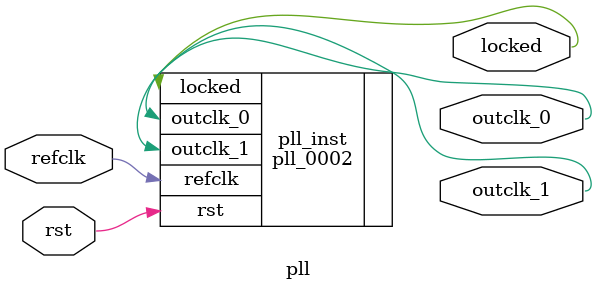
<source format=v>
/*
  
   Multicore 2 / Multicore 2+
  
   Copyright (c) 2017-2020 - Victor Trucco

  
   All rights reserved
  
   Redistribution and use in source and synthezised forms, with or without
   modification, are permitted provided that the following conditions are met:
  
   Redistributions of source code must retain the above copyright notice,
   this list of conditions and the following disclaimer.
  
   Redistributions in synthesized form must reproduce the above copyright
   notice, this list of conditions and the following disclaimer in the
   documentation and/or other materials provided with the distribution.
  
   Neither the name of the author nor the names of other contributors may
   be used to endorse or promote products derived from this software without
   specific prior written permission.
  
   THIS CODE IS PROVIDED BY THE COPYRIGHT HOLDERS AND CONTRIBUTORS "AS IS"
   AND ANY EXPRESS OR IMPLIED WARRANTIES, INCLUDING, BUT NOT LIMITED TO,
   THE IMPLIED WARRANTIES OF MERCHANTABILITY AND FITNESS FOR A PARTICULAR
   PURPOSE ARE DISCLAIMED. IN NO EVENT SHALL THE AUTHOR OR CONTRIBUTORS BE
   LIABLE FOR ANY DIRECT, INDIRECT, INCIDENTAL, SPECIAL, EXEMPLARY, OR
   CONSEQUENTIAL DAMAGES (INCLUDING, BUT NOT LIMITED TO, PROCUREMENT OF
   SUBSTITUTE GOODS OR SERVICES; LOSS OF USE, DATA, OR PROFITS; OR BUSINESS
   INTERRUPTION) HOWEVER CAUSED AND ON ANY THEORY OF LIABILITY, WHETHER IN
   CONTRACT, STRICT LIABILITY, OR TORT (INCLUDING NEGLIGENCE OR OTHERWISE)
   ARISING IN ANY WAY OUT OF THE USE OF THIS SOFTWARE, EVEN IF ADVISED OF THE
   POSSIBILITY OF SUCH DAMAGE.
  
   You are responsible for any legal issues arising from your use of this code.
  
*/// megafunction wizard: %PLL Intel FPGA IP v18.1%
// GENERATION: XML
// pll.v

// Generated using ACDS version 18.1 625

`timescale 1 ps / 1 ps
module pll (
		input  wire  refclk,   //  refclk.clk
		input  wire  rst,      //   reset.reset
		output wire  outclk_0, // outclk0.clk
		output wire  outclk_1, // outclk1.clk
		output wire  locked    //  locked.export
	);

	pll_0002 pll_inst (
		.refclk   (refclk),   //  refclk.clk
		.rst      (rst),      //   reset.reset
		.outclk_0 (outclk_0), // outclk0.clk
		.outclk_1 (outclk_1), // outclk1.clk
		.locked   (locked)    //  locked.export
	);

endmodule
// Retrieval info: <?xml version="1.0"?>
//<!--
//	Generated by Altera MegaWizard Launcher Utility version 1.0
//	************************************************************
//	THIS IS A WIZARD-GENERATED FILE. DO NOT EDIT THIS FILE!
//	************************************************************
//	Copyright (C) 1991-2019 Altera Corporation
//	Any megafunction design, and related net list (encrypted or decrypted),
//	support information, device programming or simulation file, and any other
//	associated documentation or information provided by Altera or a partner
//	under Altera's Megafunction Partnership Program may be used only to
//	program PLD devices (but not masked PLD devices) from Altera.  Any other
//	use of such megafunction design, net list, support information, device
//	programming or simulation file, or any other related documentation or
//	information is prohibited for any other purpose, including, but not
//	limited to modification, reverse engineering, de-compiling, or use with
//	any other silicon devices, unless such use is explicitly licensed under
//	a separate agreement with Altera or a megafunction partner.  Title to
//	the intellectual property, including patents, copyrights, trademarks,
//	trade secrets, or maskworks, embodied in any such megafunction design,
//	net list, support information, device programming or simulation file, or
//	any other related documentation or information provided by Altera or a
//	megafunction partner, remains with Altera, the megafunction partner, or
//	their respective licensors.  No other licenses, including any licenses
//	needed under any third party's intellectual property, are provided herein.
//-->
// Retrieval info: <instance entity-name="altera_pll" version="18.1" >
// Retrieval info: 	<generic name="debug_print_output" value="false" />
// Retrieval info: 	<generic name="debug_use_rbc_taf_method" value="false" />
// Retrieval info: 	<generic name="device_family" value="Cyclone V" />
// Retrieval info: 	<generic name="device" value="5CEBA2F17A7" />
// Retrieval info: 	<generic name="gui_device_speed_grade" value="1" />
// Retrieval info: 	<generic name="gui_pll_mode" value="Integer-N PLL" />
// Retrieval info: 	<generic name="gui_reference_clock_frequency" value="50.0" />
// Retrieval info: 	<generic name="gui_channel_spacing" value="0.0" />
// Retrieval info: 	<generic name="gui_operation_mode" value="direct" />
// Retrieval info: 	<generic name="gui_feedback_clock" value="Global Clock" />
// Retrieval info: 	<generic name="gui_fractional_cout" value="32" />
// Retrieval info: 	<generic name="gui_dsm_out_sel" value="1st_order" />
// Retrieval info: 	<generic name="gui_use_locked" value="true" />
// Retrieval info: 	<generic name="gui_en_adv_params" value="false" />
// Retrieval info: 	<generic name="gui_number_of_clocks" value="2" />
// Retrieval info: 	<generic name="gui_multiply_factor" value="1" />
// Retrieval info: 	<generic name="gui_frac_multiply_factor" value="1" />
// Retrieval info: 	<generic name="gui_divide_factor_n" value="1" />
// Retrieval info: 	<generic name="gui_cascade_counter0" value="false" />
// Retrieval info: 	<generic name="gui_output_clock_frequency0" value="48.0" />
// Retrieval info: 	<generic name="gui_divide_factor_c0" value="1" />
// Retrieval info: 	<generic name="gui_actual_output_clock_frequency0" value="0 MHz" />
// Retrieval info: 	<generic name="gui_ps_units0" value="ps" />
// Retrieval info: 	<generic name="gui_phase_shift0" value="0" />
// Retrieval info: 	<generic name="gui_phase_shift_deg0" value="0.0" />
// Retrieval info: 	<generic name="gui_actual_phase_shift0" value="0" />
// Retrieval info: 	<generic name="gui_duty_cycle0" value="50" />
// Retrieval info: 	<generic name="gui_cascade_counter1" value="false" />
// Retrieval info: 	<generic name="gui_output_clock_frequency1" value="48.0" />
// Retrieval info: 	<generic name="gui_divide_factor_c1" value="1" />
// Retrieval info: 	<generic name="gui_actual_output_clock_frequency1" value="0 MHz" />
// Retrieval info: 	<generic name="gui_ps_units1" value="degrees" />
// Retrieval info: 	<generic name="gui_phase_shift1" value="-10416" />
// Retrieval info: 	<generic name="gui_phase_shift_deg1" value="-90.0" />
// Retrieval info: 	<generic name="gui_actual_phase_shift1" value="-1666 ps" />
// Retrieval info: 	<generic name="gui_duty_cycle1" value="50" />
// Retrieval info: 	<generic name="gui_cascade_counter2" value="false" />
// Retrieval info: 	<generic name="gui_output_clock_frequency2" value="100.0" />
// Retrieval info: 	<generic name="gui_divide_factor_c2" value="1" />
// Retrieval info: 	<generic name="gui_actual_output_clock_frequency2" value="0 MHz" />
// Retrieval info: 	<generic name="gui_ps_units2" value="ps" />
// Retrieval info: 	<generic name="gui_phase_shift2" value="0" />
// Retrieval info: 	<generic name="gui_phase_shift_deg2" value="0.0" />
// Retrieval info: 	<generic name="gui_actual_phase_shift2" value="0" />
// Retrieval info: 	<generic name="gui_duty_cycle2" value="50" />
// Retrieval info: 	<generic name="gui_cascade_counter3" value="false" />
// Retrieval info: 	<generic name="gui_output_clock_frequency3" value="100.0" />
// Retrieval info: 	<generic name="gui_divide_factor_c3" value="1" />
// Retrieval info: 	<generic name="gui_actual_output_clock_frequency3" value="0 MHz" />
// Retrieval info: 	<generic name="gui_ps_units3" value="ps" />
// Retrieval info: 	<generic name="gui_phase_shift3" value="0" />
// Retrieval info: 	<generic name="gui_phase_shift_deg3" value="0.0" />
// Retrieval info: 	<generic name="gui_actual_phase_shift3" value="0" />
// Retrieval info: 	<generic name="gui_duty_cycle3" value="50" />
// Retrieval info: 	<generic name="gui_cascade_counter4" value="false" />
// Retrieval info: 	<generic name="gui_output_clock_frequency4" value="100.0" />
// Retrieval info: 	<generic name="gui_divide_factor_c4" value="1" />
// Retrieval info: 	<generic name="gui_actual_output_clock_frequency4" value="0 MHz" />
// Retrieval info: 	<generic name="gui_ps_units4" value="ps" />
// Retrieval info: 	<generic name="gui_phase_shift4" value="0" />
// Retrieval info: 	<generic name="gui_phase_shift_deg4" value="0.0" />
// Retrieval info: 	<generic name="gui_actual_phase_shift4" value="0" />
// Retrieval info: 	<generic name="gui_duty_cycle4" value="50" />
// Retrieval info: 	<generic name="gui_cascade_counter5" value="false" />
// Retrieval info: 	<generic name="gui_output_clock_frequency5" value="100.0" />
// Retrieval info: 	<generic name="gui_divide_factor_c5" value="1" />
// Retrieval info: 	<generic name="gui_actual_output_clock_frequency5" value="0 MHz" />
// Retrieval info: 	<generic name="gui_ps_units5" value="ps" />
// Retrieval info: 	<generic name="gui_phase_shift5" value="0" />
// Retrieval info: 	<generic name="gui_phase_shift_deg5" value="0.0" />
// Retrieval info: 	<generic name="gui_actual_phase_shift5" value="0" />
// Retrieval info: 	<generic name="gui_duty_cycle5" value="50" />
// Retrieval info: 	<generic name="gui_cascade_counter6" value="false" />
// Retrieval info: 	<generic name="gui_output_clock_frequency6" value="100.0" />
// Retrieval info: 	<generic name="gui_divide_factor_c6" value="1" />
// Retrieval info: 	<generic name="gui_actual_output_clock_frequency6" value="0 MHz" />
// Retrieval info: 	<generic name="gui_ps_units6" value="ps" />
// Retrieval info: 	<generic name="gui_phase_shift6" value="0" />
// Retrieval info: 	<generic name="gui_phase_shift_deg6" value="0.0" />
// Retrieval info: 	<generic name="gui_actual_phase_shift6" value="0" />
// Retrieval info: 	<generic name="gui_duty_cycle6" value="50" />
// Retrieval info: 	<generic name="gui_cascade_counter7" value="false" />
// Retrieval info: 	<generic name="gui_output_clock_frequency7" value="100.0" />
// Retrieval info: 	<generic name="gui_divide_factor_c7" value="1" />
// Retrieval info: 	<generic name="gui_actual_output_clock_frequency7" value="0 MHz" />
// Retrieval info: 	<generic name="gui_ps_units7" value="ps" />
// Retrieval info: 	<generic name="gui_phase_shift7" value="0" />
// Retrieval info: 	<generic name="gui_phase_shift_deg7" value="0.0" />
// Retrieval info: 	<generic name="gui_actual_phase_shift7" value="0" />
// Retrieval info: 	<generic name="gui_duty_cycle7" value="50" />
// Retrieval info: 	<generic name="gui_cascade_counter8" value="false" />
// Retrieval info: 	<generic name="gui_output_clock_frequency8" value="100.0" />
// Retrieval info: 	<generic name="gui_divide_factor_c8" value="1" />
// Retrieval info: 	<generic name="gui_actual_output_clock_frequency8" value="0 MHz" />
// Retrieval info: 	<generic name="gui_ps_units8" value="ps" />
// Retrieval info: 	<generic name="gui_phase_shift8" value="0" />
// Retrieval info: 	<generic name="gui_phase_shift_deg8" value="0.0" />
// Retrieval info: 	<generic name="gui_actual_phase_shift8" value="0" />
// Retrieval info: 	<generic name="gui_duty_cycle8" value="50" />
// Retrieval info: 	<generic name="gui_cascade_counter9" value="false" />
// Retrieval info: 	<generic name="gui_output_clock_frequency9" value="100.0" />
// Retrieval info: 	<generic name="gui_divide_factor_c9" value="1" />
// Retrieval info: 	<generic name="gui_actual_output_clock_frequency9" value="0 MHz" />
// Retrieval info: 	<generic name="gui_ps_units9" value="ps" />
// Retrieval info: 	<generic name="gui_phase_shift9" value="0" />
// Retrieval info: 	<generic name="gui_phase_shift_deg9" value="0.0" />
// Retrieval info: 	<generic name="gui_actual_phase_shift9" value="0" />
// Retrieval info: 	<generic name="gui_duty_cycle9" value="50" />
// Retrieval info: 	<generic name="gui_cascade_counter10" value="false" />
// Retrieval info: 	<generic name="gui_output_clock_frequency10" value="100.0" />
// Retrieval info: 	<generic name="gui_divide_factor_c10" value="1" />
// Retrieval info: 	<generic name="gui_actual_output_clock_frequency10" value="0 MHz" />
// Retrieval info: 	<generic name="gui_ps_units10" value="ps" />
// Retrieval info: 	<generic name="gui_phase_shift10" value="0" />
// Retrieval info: 	<generic name="gui_phase_shift_deg10" value="0.0" />
// Retrieval info: 	<generic name="gui_actual_phase_shift10" value="0" />
// Retrieval info: 	<generic name="gui_duty_cycle10" value="50" />
// Retrieval info: 	<generic name="gui_cascade_counter11" value="false" />
// Retrieval info: 	<generic name="gui_output_clock_frequency11" value="100.0" />
// Retrieval info: 	<generic name="gui_divide_factor_c11" value="1" />
// Retrieval info: 	<generic name="gui_actual_output_clock_frequency11" value="0 MHz" />
// Retrieval info: 	<generic name="gui_ps_units11" value="ps" />
// Retrieval info: 	<generic name="gui_phase_shift11" value="0" />
// Retrieval info: 	<generic name="gui_phase_shift_deg11" value="0.0" />
// Retrieval info: 	<generic name="gui_actual_phase_shift11" value="0" />
// Retrieval info: 	<generic name="gui_duty_cycle11" value="50" />
// Retrieval info: 	<generic name="gui_cascade_counter12" value="false" />
// Retrieval info: 	<generic name="gui_output_clock_frequency12" value="100.0" />
// Retrieval info: 	<generic name="gui_divide_factor_c12" value="1" />
// Retrieval info: 	<generic name="gui_actual_output_clock_frequency12" value="0 MHz" />
// Retrieval info: 	<generic name="gui_ps_units12" value="ps" />
// Retrieval info: 	<generic name="gui_phase_shift12" value="0" />
// Retrieval info: 	<generic name="gui_phase_shift_deg12" value="0.0" />
// Retrieval info: 	<generic name="gui_actual_phase_shift12" value="0" />
// Retrieval info: 	<generic name="gui_duty_cycle12" value="50" />
// Retrieval info: 	<generic name="gui_cascade_counter13" value="false" />
// Retrieval info: 	<generic name="gui_output_clock_frequency13" value="100.0" />
// Retrieval info: 	<generic name="gui_divide_factor_c13" value="1" />
// Retrieval info: 	<generic name="gui_actual_output_clock_frequency13" value="0 MHz" />
// Retrieval info: 	<generic name="gui_ps_units13" value="ps" />
// Retrieval info: 	<generic name="gui_phase_shift13" value="0" />
// Retrieval info: 	<generic name="gui_phase_shift_deg13" value="0.0" />
// Retrieval info: 	<generic name="gui_actual_phase_shift13" value="0" />
// Retrieval info: 	<generic name="gui_duty_cycle13" value="50" />
// Retrieval info: 	<generic name="gui_cascade_counter14" value="false" />
// Retrieval info: 	<generic name="gui_output_clock_frequency14" value="100.0" />
// Retrieval info: 	<generic name="gui_divide_factor_c14" value="1" />
// Retrieval info: 	<generic name="gui_actual_output_clock_frequency14" value="0 MHz" />
// Retrieval info: 	<generic name="gui_ps_units14" value="ps" />
// Retrieval info: 	<generic name="gui_phase_shift14" value="0" />
// Retrieval info: 	<generic name="gui_phase_shift_deg14" value="0.0" />
// Retrieval info: 	<generic name="gui_actual_phase_shift14" value="0" />
// Retrieval info: 	<generic name="gui_duty_cycle14" value="50" />
// Retrieval info: 	<generic name="gui_cascade_counter15" value="false" />
// Retrieval info: 	<generic name="gui_output_clock_frequency15" value="100.0" />
// Retrieval info: 	<generic name="gui_divide_factor_c15" value="1" />
// Retrieval info: 	<generic name="gui_actual_output_clock_frequency15" value="0 MHz" />
// Retrieval info: 	<generic name="gui_ps_units15" value="ps" />
// Retrieval info: 	<generic name="gui_phase_shift15" value="0" />
// Retrieval info: 	<generic name="gui_phase_shift_deg15" value="0.0" />
// Retrieval info: 	<generic name="gui_actual_phase_shift15" value="0" />
// Retrieval info: 	<generic name="gui_duty_cycle15" value="50" />
// Retrieval info: 	<generic name="gui_cascade_counter16" value="false" />
// Retrieval info: 	<generic name="gui_output_clock_frequency16" value="100.0" />
// Retrieval info: 	<generic name="gui_divide_factor_c16" value="1" />
// Retrieval info: 	<generic name="gui_actual_output_clock_frequency16" value="0 MHz" />
// Retrieval info: 	<generic name="gui_ps_units16" value="ps" />
// Retrieval info: 	<generic name="gui_phase_shift16" value="0" />
// Retrieval info: 	<generic name="gui_phase_shift_deg16" value="0.0" />
// Retrieval info: 	<generic name="gui_actual_phase_shift16" value="0" />
// Retrieval info: 	<generic name="gui_duty_cycle16" value="50" />
// Retrieval info: 	<generic name="gui_cascade_counter17" value="false" />
// Retrieval info: 	<generic name="gui_output_clock_frequency17" value="100.0" />
// Retrieval info: 	<generic name="gui_divide_factor_c17" value="1" />
// Retrieval info: 	<generic name="gui_actual_output_clock_frequency17" value="0 MHz" />
// Retrieval info: 	<generic name="gui_ps_units17" value="ps" />
// Retrieval info: 	<generic name="gui_phase_shift17" value="0" />
// Retrieval info: 	<generic name="gui_phase_shift_deg17" value="0.0" />
// Retrieval info: 	<generic name="gui_actual_phase_shift17" value="0" />
// Retrieval info: 	<generic name="gui_duty_cycle17" value="50" />
// Retrieval info: 	<generic name="gui_pll_auto_reset" value="On" />
// Retrieval info: 	<generic name="gui_pll_bandwidth_preset" value="Auto" />
// Retrieval info: 	<generic name="gui_en_reconf" value="false" />
// Retrieval info: 	<generic name="gui_en_dps_ports" value="false" />
// Retrieval info: 	<generic name="gui_en_phout_ports" value="false" />
// Retrieval info: 	<generic name="gui_phout_division" value="1" />
// Retrieval info: 	<generic name="gui_mif_generate" value="false" />
// Retrieval info: 	<generic name="gui_enable_mif_dps" value="false" />
// Retrieval info: 	<generic name="gui_dps_cntr" value="C0" />
// Retrieval info: 	<generic name="gui_dps_num" value="1" />
// Retrieval info: 	<generic name="gui_dps_dir" value="Positive" />
// Retrieval info: 	<generic name="gui_refclk_switch" value="false" />
// Retrieval info: 	<generic name="gui_refclk1_frequency" value="100.0" />
// Retrieval info: 	<generic name="gui_switchover_mode" value="Automatic Switchover" />
// Retrieval info: 	<generic name="gui_switchover_delay" value="0" />
// Retrieval info: 	<generic name="gui_active_clk" value="false" />
// Retrieval info: 	<generic name="gui_clk_bad" value="false" />
// Retrieval info: 	<generic name="gui_enable_cascade_out" value="false" />
// Retrieval info: 	<generic name="gui_cascade_outclk_index" value="0" />
// Retrieval info: 	<generic name="gui_enable_cascade_in" value="false" />
// Retrieval info: 	<generic name="gui_pll_cascading_mode" value="Create an adjpllin signal to connect with an upstream PLL" />
// Retrieval info: </instance>
// IPFS_FILES : pll.vo
// RELATED_FILES: pll.v, pll_0002.v

</source>
